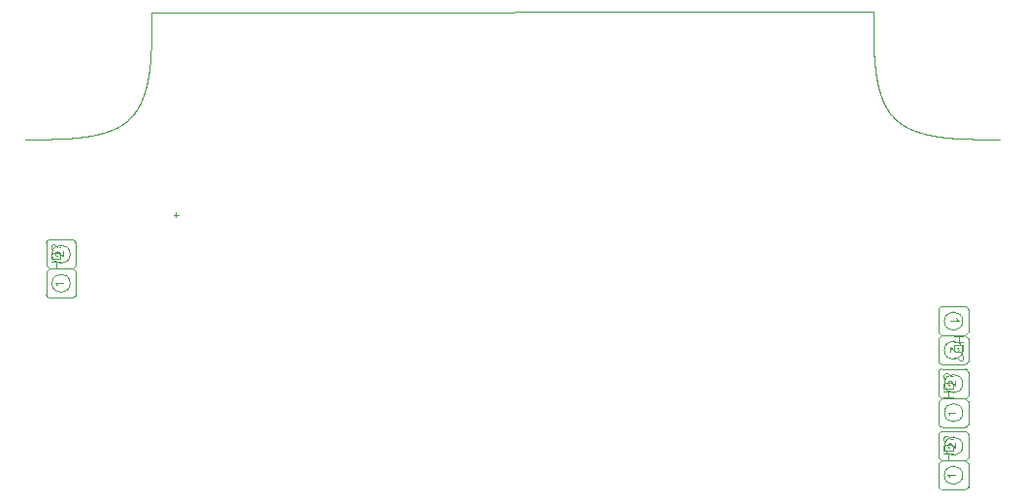
<source format=gm1>
G04*
G04 #@! TF.GenerationSoftware,Altium Limited,Altium Designer,23.6.0 (18)*
G04*
G04 Layer_Color=16711935*
%FSLAX44Y44*%
%MOMM*%
G71*
G04*
G04 #@! TF.SameCoordinates,157544A1-0EA0-4F56-A15C-28E52037D784*
G04*
G04*
G04 #@! TF.FilePolarity,Positive*
G04*
G01*
G75*
%ADD15C,0.1000*%
%ADD124C,0.0500*%
G36*
X34290Y215911D02*
X34279D01*
X34234D01*
X34168D01*
X34079Y215922D01*
X33979Y215933D01*
X33868Y215956D01*
X33757Y215978D01*
X33635Y216022D01*
X33624D01*
X33613Y216033D01*
X33546Y216055D01*
X33446Y216100D01*
X33313Y216166D01*
X33158Y216255D01*
X32980Y216366D01*
X32803Y216488D01*
X32614Y216644D01*
X32603D01*
X32592Y216666D01*
X32525Y216721D01*
X32425Y216821D01*
X32281Y216966D01*
X32114Y217132D01*
X31915Y217343D01*
X31693Y217598D01*
X31460Y217876D01*
X31449Y217887D01*
X31415Y217931D01*
X31360Y217998D01*
X31293Y218076D01*
X31204Y218176D01*
X31104Y218298D01*
X30993Y218420D01*
X30871Y218564D01*
X30605Y218841D01*
X30338Y219119D01*
X30205Y219252D01*
X30072Y219374D01*
X29950Y219485D01*
X29828Y219574D01*
X29817D01*
X29806Y219596D01*
X29772Y219618D01*
X29728Y219641D01*
X29606Y219718D01*
X29462Y219807D01*
X29284Y219885D01*
X29095Y219963D01*
X28884Y220007D01*
X28685Y220029D01*
X28674D01*
X28662D01*
X28596Y220018D01*
X28485Y220007D01*
X28363Y219974D01*
X28207Y219929D01*
X28052Y219851D01*
X27896Y219752D01*
X27741Y219618D01*
X27719Y219596D01*
X27675Y219541D01*
X27619Y219463D01*
X27541Y219341D01*
X27475Y219186D01*
X27408Y219008D01*
X27364Y218797D01*
X27353Y218564D01*
Y218497D01*
X27364Y218453D01*
X27375Y218320D01*
X27408Y218164D01*
X27452Y217998D01*
X27530Y217809D01*
X27630Y217632D01*
X27763Y217465D01*
X27785Y217443D01*
X27841Y217398D01*
X27930Y217332D01*
X28063Y217265D01*
X28218Y217188D01*
X28418Y217121D01*
X28640Y217077D01*
X28895Y217054D01*
X28796Y216089D01*
X28784D01*
X28751Y216100D01*
X28696D01*
X28618Y216111D01*
X28529Y216133D01*
X28429Y216155D01*
X28307Y216189D01*
X28185Y216222D01*
X27919Y216311D01*
X27652Y216444D01*
X27519Y216522D01*
X27386Y216621D01*
X27264Y216721D01*
X27153Y216832D01*
X27142Y216843D01*
X27131Y216866D01*
X27097Y216899D01*
X27064Y216954D01*
X27020Y217021D01*
X26975Y217099D01*
X26920Y217188D01*
X26864Y217299D01*
X26809Y217421D01*
X26753Y217554D01*
X26709Y217698D01*
X26664Y217854D01*
X26631Y218020D01*
X26598Y218198D01*
X26587Y218386D01*
X26576Y218586D01*
Y218697D01*
X26587Y218775D01*
X26598Y218864D01*
X26609Y218975D01*
X26631Y219097D01*
X26653Y219219D01*
X26731Y219507D01*
X26842Y219796D01*
X26909Y219940D01*
X26986Y220085D01*
X27086Y220218D01*
X27197Y220340D01*
X27208Y220351D01*
X27219Y220373D01*
X27264Y220395D01*
X27308Y220440D01*
X27364Y220495D01*
X27441Y220551D01*
X27519Y220606D01*
X27619Y220673D01*
X27830Y220784D01*
X28096Y220895D01*
X28229Y220939D01*
X28385Y220961D01*
X28540Y220984D01*
X28707Y220995D01*
X28729D01*
X28784D01*
X28873Y220984D01*
X28995Y220973D01*
X29129Y220950D01*
X29284Y220906D01*
X29451Y220862D01*
X29617Y220795D01*
X29639Y220784D01*
X29695Y220762D01*
X29783Y220717D01*
X29906Y220651D01*
X30039Y220562D01*
X30205Y220451D01*
X30372Y220318D01*
X30561Y220162D01*
X30583Y220140D01*
X30649Y220085D01*
X30705Y220029D01*
X30760Y219974D01*
X30827Y219907D01*
X30916Y219818D01*
X31005Y219729D01*
X31104Y219618D01*
X31215Y219507D01*
X31337Y219374D01*
X31460Y219230D01*
X31604Y219074D01*
X31748Y218897D01*
X31904Y218719D01*
X31915Y218708D01*
X31937Y218686D01*
X31970Y218642D01*
X32015Y218586D01*
X32081Y218520D01*
X32148Y218442D01*
X32292Y218264D01*
X32459Y218076D01*
X32625Y217898D01*
X32769Y217743D01*
X32825Y217676D01*
X32880Y217621D01*
X32891Y217609D01*
X32925Y217576D01*
X32969Y217532D01*
X33036Y217476D01*
X33113Y217421D01*
X33191Y217354D01*
X33380Y217221D01*
Y221006D01*
X34290D01*
Y215911D01*
D02*
G37*
G36*
Y192387D02*
X28285D01*
X28296Y192376D01*
X28340Y192320D01*
X28407Y192254D01*
X28485Y192143D01*
X28585Y192021D01*
X28696Y191865D01*
X28818Y191688D01*
X28940Y191488D01*
Y191477D01*
X28951Y191466D01*
X28995Y191399D01*
X29051Y191288D01*
X29118Y191155D01*
X29195Y191000D01*
X29273Y190833D01*
X29351Y190667D01*
X29417Y190500D01*
X28507D01*
Y190511D01*
X28485Y190533D01*
X28474Y190578D01*
X28440Y190633D01*
X28407Y190700D01*
X28363Y190777D01*
X28252Y190966D01*
X28130Y191188D01*
X27974Y191410D01*
X27797Y191643D01*
X27608Y191876D01*
X27597Y191887D01*
X27586Y191899D01*
X27552Y191932D01*
X27519Y191976D01*
X27408Y192076D01*
X27275Y192209D01*
X27120Y192343D01*
X26942Y192487D01*
X26764Y192609D01*
X26576Y192720D01*
Y193330D01*
X34290D01*
Y192387D01*
D02*
G37*
G36*
X812800Y48271D02*
X812789D01*
X812745D01*
X812678D01*
X812589Y48282D01*
X812489Y48293D01*
X812378Y48316D01*
X812267Y48338D01*
X812145Y48382D01*
X812134D01*
X812123Y48393D01*
X812056Y48415D01*
X811956Y48460D01*
X811823Y48526D01*
X811668Y48615D01*
X811490Y48726D01*
X811313Y48848D01*
X811124Y49004D01*
X811113D01*
X811102Y49026D01*
X811035Y49081D01*
X810935Y49181D01*
X810791Y49326D01*
X810624Y49492D01*
X810425Y49703D01*
X810203Y49958D01*
X809970Y50236D01*
X809958Y50247D01*
X809925Y50291D01*
X809870Y50358D01*
X809803Y50436D01*
X809714Y50535D01*
X809614Y50658D01*
X809503Y50780D01*
X809381Y50924D01*
X809115Y51201D01*
X808848Y51479D01*
X808715Y51612D01*
X808582Y51734D01*
X808460Y51845D01*
X808338Y51934D01*
X808327D01*
X808316Y51956D01*
X808282Y51978D01*
X808238Y52001D01*
X808116Y52078D01*
X807972Y52167D01*
X807794Y52245D01*
X807605Y52323D01*
X807394Y52367D01*
X807195Y52389D01*
X807184D01*
X807172D01*
X807106Y52378D01*
X806995Y52367D01*
X806873Y52334D01*
X806717Y52289D01*
X806562Y52211D01*
X806406Y52112D01*
X806251Y51978D01*
X806229Y51956D01*
X806184Y51901D01*
X806129Y51823D01*
X806051Y51701D01*
X805985Y51546D01*
X805918Y51368D01*
X805874Y51157D01*
X805863Y50924D01*
Y50857D01*
X805874Y50813D01*
X805885Y50680D01*
X805918Y50524D01*
X805963Y50358D01*
X806040Y50169D01*
X806140Y49992D01*
X806273Y49825D01*
X806295Y49803D01*
X806351Y49759D01*
X806440Y49692D01*
X806573Y49625D01*
X806728Y49548D01*
X806928Y49481D01*
X807150Y49437D01*
X807405Y49414D01*
X807306Y48449D01*
X807294D01*
X807261Y48460D01*
X807206D01*
X807128Y48471D01*
X807039Y48493D01*
X806939Y48515D01*
X806817Y48549D01*
X806695Y48582D01*
X806429Y48671D01*
X806162Y48804D01*
X806029Y48882D01*
X805896Y48981D01*
X805774Y49081D01*
X805663Y49192D01*
X805652Y49204D01*
X805641Y49226D01*
X805607Y49259D01*
X805574Y49314D01*
X805530Y49381D01*
X805485Y49459D01*
X805430Y49548D01*
X805374Y49659D01*
X805319Y49781D01*
X805263Y49914D01*
X805219Y50058D01*
X805174Y50214D01*
X805141Y50380D01*
X805108Y50558D01*
X805097Y50746D01*
X805086Y50946D01*
Y51057D01*
X805097Y51135D01*
X805108Y51224D01*
X805119Y51335D01*
X805141Y51457D01*
X805163Y51579D01*
X805241Y51867D01*
X805352Y52156D01*
X805419Y52300D01*
X805496Y52445D01*
X805596Y52578D01*
X805707Y52700D01*
X805718Y52711D01*
X805729Y52733D01*
X805774Y52755D01*
X805818Y52800D01*
X805874Y52855D01*
X805951Y52911D01*
X806029Y52966D01*
X806129Y53033D01*
X806340Y53144D01*
X806606Y53255D01*
X806740Y53299D01*
X806895Y53321D01*
X807050Y53344D01*
X807217Y53355D01*
X807239D01*
X807294D01*
X807383Y53344D01*
X807505Y53333D01*
X807639Y53310D01*
X807794Y53266D01*
X807961Y53222D01*
X808127Y53155D01*
X808149Y53144D01*
X808205Y53122D01*
X808294Y53077D01*
X808416Y53011D01*
X808549Y52922D01*
X808715Y52811D01*
X808882Y52678D01*
X809071Y52522D01*
X809093Y52500D01*
X809159Y52445D01*
X809215Y52389D01*
X809270Y52334D01*
X809337Y52267D01*
X809426Y52178D01*
X809514Y52089D01*
X809614Y51978D01*
X809725Y51867D01*
X809847Y51734D01*
X809970Y51590D01*
X810114Y51434D01*
X810258Y51257D01*
X810414Y51079D01*
X810425Y51068D01*
X810447Y51046D01*
X810480Y51002D01*
X810525Y50946D01*
X810591Y50880D01*
X810658Y50802D01*
X810802Y50624D01*
X810968Y50436D01*
X811135Y50258D01*
X811279Y50103D01*
X811335Y50036D01*
X811390Y49981D01*
X811401Y49969D01*
X811435Y49936D01*
X811479Y49892D01*
X811546Y49836D01*
X811623Y49781D01*
X811701Y49714D01*
X811890Y49581D01*
Y53366D01*
X812800D01*
Y48271D01*
D02*
G37*
G36*
Y24747D02*
X806795D01*
X806806Y24736D01*
X806851Y24680D01*
X806917Y24614D01*
X806995Y24503D01*
X807095Y24381D01*
X807206Y24225D01*
X807328Y24048D01*
X807450Y23848D01*
Y23837D01*
X807461Y23826D01*
X807505Y23759D01*
X807561Y23648D01*
X807627Y23515D01*
X807705Y23359D01*
X807783Y23193D01*
X807861Y23026D01*
X807927Y22860D01*
X807017D01*
Y22871D01*
X806995Y22893D01*
X806984Y22938D01*
X806950Y22993D01*
X806917Y23060D01*
X806873Y23138D01*
X806762Y23326D01*
X806640Y23548D01*
X806484Y23770D01*
X806307Y24003D01*
X806118Y24236D01*
X806107Y24248D01*
X806096Y24259D01*
X806062Y24292D01*
X806029Y24336D01*
X805918Y24436D01*
X805785Y24569D01*
X805630Y24703D01*
X805452Y24847D01*
X805274Y24969D01*
X805086Y25080D01*
Y25690D01*
X812800D01*
Y24747D01*
D02*
G37*
G36*
Y102881D02*
X812789D01*
X812745D01*
X812678D01*
X812589Y102892D01*
X812489Y102903D01*
X812378Y102926D01*
X812267Y102948D01*
X812145Y102992D01*
X812134D01*
X812123Y103003D01*
X812056Y103025D01*
X811956Y103070D01*
X811823Y103136D01*
X811668Y103225D01*
X811490Y103336D01*
X811313Y103458D01*
X811124Y103614D01*
X811113D01*
X811102Y103636D01*
X811035Y103691D01*
X810935Y103791D01*
X810791Y103936D01*
X810624Y104102D01*
X810425Y104313D01*
X810203Y104568D01*
X809970Y104846D01*
X809958Y104857D01*
X809925Y104901D01*
X809870Y104968D01*
X809803Y105046D01*
X809714Y105146D01*
X809614Y105268D01*
X809503Y105390D01*
X809381Y105534D01*
X809115Y105811D01*
X808848Y106089D01*
X808715Y106222D01*
X808582Y106344D01*
X808460Y106455D01*
X808338Y106544D01*
X808327D01*
X808316Y106566D01*
X808282Y106588D01*
X808238Y106611D01*
X808116Y106688D01*
X807972Y106777D01*
X807794Y106855D01*
X807605Y106932D01*
X807394Y106977D01*
X807195Y106999D01*
X807184D01*
X807172D01*
X807106Y106988D01*
X806995Y106977D01*
X806873Y106944D01*
X806717Y106899D01*
X806562Y106821D01*
X806406Y106722D01*
X806251Y106588D01*
X806229Y106566D01*
X806184Y106511D01*
X806129Y106433D01*
X806051Y106311D01*
X805985Y106156D01*
X805918Y105978D01*
X805874Y105767D01*
X805863Y105534D01*
Y105467D01*
X805874Y105423D01*
X805885Y105290D01*
X805918Y105134D01*
X805963Y104968D01*
X806040Y104779D01*
X806140Y104602D01*
X806273Y104435D01*
X806295Y104413D01*
X806351Y104368D01*
X806440Y104302D01*
X806573Y104235D01*
X806728Y104158D01*
X806928Y104091D01*
X807150Y104047D01*
X807405Y104024D01*
X807306Y103059D01*
X807294D01*
X807261Y103070D01*
X807206D01*
X807128Y103081D01*
X807039Y103103D01*
X806939Y103125D01*
X806817Y103159D01*
X806695Y103192D01*
X806429Y103281D01*
X806162Y103414D01*
X806029Y103492D01*
X805896Y103591D01*
X805774Y103691D01*
X805663Y103802D01*
X805652Y103813D01*
X805641Y103836D01*
X805607Y103869D01*
X805574Y103925D01*
X805530Y103991D01*
X805485Y104069D01*
X805430Y104158D01*
X805374Y104269D01*
X805319Y104391D01*
X805263Y104524D01*
X805219Y104668D01*
X805174Y104824D01*
X805141Y104990D01*
X805108Y105168D01*
X805097Y105356D01*
X805086Y105556D01*
Y105667D01*
X805097Y105745D01*
X805108Y105834D01*
X805119Y105945D01*
X805141Y106067D01*
X805163Y106189D01*
X805241Y106477D01*
X805352Y106766D01*
X805419Y106910D01*
X805496Y107055D01*
X805596Y107188D01*
X805707Y107310D01*
X805718Y107321D01*
X805729Y107343D01*
X805774Y107365D01*
X805818Y107410D01*
X805874Y107465D01*
X805951Y107521D01*
X806029Y107576D01*
X806129Y107643D01*
X806340Y107754D01*
X806606Y107865D01*
X806740Y107909D01*
X806895Y107931D01*
X807050Y107954D01*
X807217Y107965D01*
X807239D01*
X807294D01*
X807383Y107954D01*
X807505Y107943D01*
X807639Y107920D01*
X807794Y107876D01*
X807961Y107832D01*
X808127Y107765D01*
X808149Y107754D01*
X808205Y107732D01*
X808294Y107687D01*
X808416Y107621D01*
X808549Y107532D01*
X808715Y107421D01*
X808882Y107288D01*
X809071Y107132D01*
X809093Y107110D01*
X809159Y107055D01*
X809215Y106999D01*
X809270Y106944D01*
X809337Y106877D01*
X809426Y106788D01*
X809514Y106699D01*
X809614Y106588D01*
X809725Y106477D01*
X809847Y106344D01*
X809970Y106200D01*
X810114Y106045D01*
X810258Y105867D01*
X810414Y105689D01*
X810425Y105678D01*
X810447Y105656D01*
X810480Y105612D01*
X810525Y105556D01*
X810591Y105490D01*
X810658Y105412D01*
X810802Y105234D01*
X810968Y105046D01*
X811135Y104868D01*
X811279Y104713D01*
X811335Y104646D01*
X811390Y104591D01*
X811401Y104579D01*
X811435Y104546D01*
X811479Y104502D01*
X811546Y104446D01*
X811623Y104391D01*
X811701Y104324D01*
X811890Y104191D01*
Y107976D01*
X812800D01*
Y102881D01*
D02*
G37*
G36*
Y79357D02*
X806795D01*
X806806Y79346D01*
X806851Y79290D01*
X806917Y79224D01*
X806995Y79113D01*
X807095Y78991D01*
X807206Y78835D01*
X807328Y78658D01*
X807450Y78458D01*
Y78447D01*
X807461Y78436D01*
X807505Y78369D01*
X807561Y78258D01*
X807627Y78125D01*
X807705Y77969D01*
X807783Y77803D01*
X807861Y77636D01*
X807927Y77470D01*
X807017D01*
Y77481D01*
X806995Y77503D01*
X806984Y77548D01*
X806950Y77603D01*
X806917Y77670D01*
X806873Y77748D01*
X806762Y77936D01*
X806640Y78158D01*
X806484Y78380D01*
X806307Y78613D01*
X806118Y78846D01*
X806107Y78857D01*
X806096Y78869D01*
X806062Y78902D01*
X806029Y78946D01*
X805918Y79046D01*
X805785Y79179D01*
X805630Y79313D01*
X805452Y79457D01*
X805274Y79579D01*
X805086Y79690D01*
Y80300D01*
X812800D01*
Y79357D01*
D02*
G37*
G36*
X807931Y137138D02*
X808031Y137127D01*
X808142Y137105D01*
X808253Y137082D01*
X808375Y137038D01*
X808386D01*
X808397Y137027D01*
X808464Y137005D01*
X808564Y136960D01*
X808697Y136894D01*
X808852Y136805D01*
X809030Y136694D01*
X809207Y136572D01*
X809396Y136416D01*
X809407D01*
X809418Y136394D01*
X809485Y136339D01*
X809585Y136239D01*
X809729Y136094D01*
X809896Y135928D01*
X810095Y135717D01*
X810317Y135462D01*
X810550Y135184D01*
X810562Y135173D01*
X810595Y135129D01*
X810650Y135062D01*
X810717Y134984D01*
X810806Y134885D01*
X810906Y134762D01*
X811017Y134640D01*
X811139Y134496D01*
X811405Y134219D01*
X811672Y133941D01*
X811805Y133808D01*
X811938Y133686D01*
X812060Y133575D01*
X812182Y133486D01*
X812193D01*
X812204Y133464D01*
X812238Y133442D01*
X812282Y133419D01*
X812404Y133342D01*
X812548Y133253D01*
X812726Y133175D01*
X812915Y133097D01*
X813126Y133053D01*
X813325Y133031D01*
X813336D01*
X813348D01*
X813414Y133042D01*
X813525Y133053D01*
X813647Y133086D01*
X813803Y133131D01*
X813958Y133209D01*
X814113Y133308D01*
X814269Y133442D01*
X814291Y133464D01*
X814335Y133519D01*
X814391Y133597D01*
X814469Y133719D01*
X814535Y133875D01*
X814602Y134052D01*
X814646Y134263D01*
X814657Y134496D01*
Y134563D01*
X814646Y134607D01*
X814635Y134740D01*
X814602Y134896D01*
X814557Y135062D01*
X814480Y135251D01*
X814380Y135428D01*
X814247Y135595D01*
X814224Y135617D01*
X814169Y135661D01*
X814080Y135728D01*
X813947Y135795D01*
X813792Y135872D01*
X813592Y135939D01*
X813370Y135983D01*
X813114Y136006D01*
X813214Y136971D01*
X813225D01*
X813259Y136960D01*
X813314D01*
X813392Y136949D01*
X813481Y136927D01*
X813581Y136905D01*
X813703Y136871D01*
X813825Y136838D01*
X814091Y136749D01*
X814358Y136616D01*
X814491Y136538D01*
X814624Y136439D01*
X814746Y136339D01*
X814857Y136228D01*
X814868Y136216D01*
X814879Y136194D01*
X814913Y136161D01*
X814946Y136105D01*
X814990Y136039D01*
X815035Y135961D01*
X815090Y135872D01*
X815146Y135761D01*
X815201Y135639D01*
X815257Y135506D01*
X815301Y135362D01*
X815346Y135206D01*
X815379Y135040D01*
X815412Y134862D01*
X815423Y134674D01*
X815434Y134474D01*
Y134363D01*
X815423Y134285D01*
X815412Y134196D01*
X815401Y134085D01*
X815379Y133963D01*
X815357Y133841D01*
X815279Y133553D01*
X815168Y133264D01*
X815101Y133120D01*
X815024Y132975D01*
X814924Y132842D01*
X814813Y132720D01*
X814802Y132709D01*
X814791Y132687D01*
X814746Y132665D01*
X814702Y132620D01*
X814646Y132565D01*
X814569Y132509D01*
X814491Y132454D01*
X814391Y132387D01*
X814180Y132276D01*
X813914Y132165D01*
X813781Y132121D01*
X813625Y132099D01*
X813470Y132076D01*
X813303Y132065D01*
X813281D01*
X813225D01*
X813137Y132076D01*
X813015Y132087D01*
X812881Y132110D01*
X812726Y132154D01*
X812560Y132198D01*
X812393Y132265D01*
X812371Y132276D01*
X812315Y132298D01*
X812226Y132343D01*
X812104Y132409D01*
X811971Y132498D01*
X811805Y132609D01*
X811638Y132742D01*
X811450Y132898D01*
X811427Y132920D01*
X811361Y132975D01*
X811305Y133031D01*
X811250Y133086D01*
X811183Y133153D01*
X811094Y133242D01*
X811005Y133331D01*
X810906Y133442D01*
X810795Y133553D01*
X810673Y133686D01*
X810550Y133830D01*
X810406Y133986D01*
X810262Y134163D01*
X810107Y134341D01*
X810095Y134352D01*
X810073Y134374D01*
X810040Y134418D01*
X809995Y134474D01*
X809929Y134540D01*
X809862Y134618D01*
X809718Y134796D01*
X809551Y134984D01*
X809385Y135162D01*
X809241Y135317D01*
X809185Y135384D01*
X809130Y135440D01*
X809119Y135451D01*
X809085Y135484D01*
X809041Y135528D01*
X808974Y135584D01*
X808897Y135639D01*
X808819Y135706D01*
X808630Y135839D01*
Y132054D01*
X807720D01*
Y137149D01*
X807731D01*
X807775D01*
X807842D01*
X807931Y137138D01*
D02*
G37*
G36*
X813503Y162549D02*
X813525Y162527D01*
X813536Y162482D01*
X813570Y162427D01*
X813603Y162360D01*
X813647Y162283D01*
X813758Y162094D01*
X813880Y161872D01*
X814036Y161650D01*
X814213Y161417D01*
X814402Y161184D01*
X814413Y161173D01*
X814424Y161161D01*
X814458Y161128D01*
X814491Y161084D01*
X814602Y160984D01*
X814735Y160851D01*
X814891Y160717D01*
X815068Y160573D01*
X815246Y160451D01*
X815434Y160340D01*
Y159730D01*
X807720D01*
Y160673D01*
X813725D01*
X813714Y160684D01*
X813670Y160740D01*
X813603Y160806D01*
X813525Y160917D01*
X813425Y161039D01*
X813314Y161195D01*
X813192Y161372D01*
X813070Y161572D01*
Y161583D01*
X813059Y161594D01*
X813015Y161661D01*
X812959Y161772D01*
X812893Y161905D01*
X812815Y162061D01*
X812737Y162227D01*
X812659Y162393D01*
X812593Y162560D01*
X813503D01*
Y162549D01*
D02*
G37*
D15*
X90816Y336258D02*
G03*
X91328Y336742I-27087J29172D01*
G01*
X91328Y336741D02*
G03*
X91886Y337289I-27268J28346D01*
G01*
X757434Y338492D02*
G03*
X757916Y337977I29292J26925D01*
G01*
D02*
G03*
X758461Y337416I28652J27288D01*
G01*
X758571Y337305D02*
G03*
X759130Y336757I27798J27770D01*
G01*
Y336757D02*
G03*
X759642Y336273I27577J28669D01*
G01*
X110341Y429956D02*
X740099Y430055D01*
X132080Y250730D02*
Y254730D01*
X130080Y252730D02*
X134080D01*
X850051Y318889D02*
X850271Y318889D01*
X271D02*
X491Y318889D01*
X1482D01*
X1592Y318889D01*
X1812D01*
X1922Y318889D01*
X2032D01*
X2252Y318889D01*
X2362D01*
X2472Y318889D01*
X2582Y318889D01*
X2692Y318889D01*
X2802Y318889D01*
X2912Y318889D01*
X3133Y318889D01*
X3243Y318889D01*
X3353Y318889D01*
X3463Y318890D01*
X3573Y318890D01*
X3683Y318890D01*
X3793Y318890D01*
X3903Y318890D01*
X4013Y318890D01*
X4123Y318890D01*
X4233Y318890D01*
X4343Y318890D01*
X4453Y318890D01*
X4563Y318890D01*
X4673Y318890D01*
X4783Y318890D01*
X4893Y318890D01*
X5003Y318890D01*
X5113Y318891D01*
X5332Y318891D01*
X5442Y318891D01*
X5662Y318891D01*
X5772Y318891D01*
X5882Y318892D01*
X5992Y318892D01*
X6102Y318892D01*
X6212Y318892D01*
X6322Y318892D01*
X6432Y318892D01*
X6542Y318892D01*
X6651Y318893D01*
X6761Y318893D01*
X6871Y318893D01*
X7091Y318893D01*
X7420Y318894D01*
X7530Y318894D01*
X7640Y318895D01*
X7970Y318895D01*
X8079Y318896D01*
X8189Y318896D01*
X8299Y318896D01*
X8409Y318897D01*
X8518Y318897D01*
X8628Y318897D01*
X8738Y318897D01*
X8848Y318898D01*
X9067Y318899D01*
X9177Y318899D01*
X9287Y318899D01*
X9396Y318900D01*
X9506Y318900D01*
X9616Y318900D01*
X9835Y318901D01*
X10054Y318902D01*
X10274Y318903D01*
X10383Y318903D01*
X10493Y318904D01*
X10602Y318904D01*
X10712Y318905D01*
X10821Y318905D01*
X10931Y318906D01*
X11041Y318906D01*
X11150Y318907D01*
X11260Y318908D01*
X11369Y318908D01*
X11479Y318909D01*
X11588Y318909D01*
X11698Y318910D01*
X11917Y318911D01*
X12135Y318912D01*
X12354Y318914D01*
X12573Y318915D01*
X12792Y318916D01*
X13010Y318918D01*
X13229Y318919D01*
X13448Y318921D01*
X13666Y318923D01*
X13885Y318924D01*
X14103Y318926D01*
X14322Y318928D01*
X14540Y318930D01*
X14758Y318932D01*
X14976Y318934D01*
X15194Y318936D01*
X15412Y318938D01*
X15631Y318940D01*
X15848Y318942D01*
X16066Y318944D01*
X16284Y318947D01*
X16502Y318949D01*
X16720Y318951D01*
X16937Y318954D01*
X17155Y318957D01*
X17372Y318959D01*
X17590Y318962D01*
X17807Y318965D01*
X18024Y318968D01*
X18242Y318971D01*
X18459Y318974D01*
X18676Y318977D01*
X18893Y318980D01*
X19110Y318983D01*
X19327Y318986D01*
X19543Y318990D01*
X19760Y318993D01*
X19977Y318997D01*
X20193Y319001D01*
X20410Y319004D01*
X20626Y319008D01*
X20842Y319012D01*
X21058Y319016D01*
X21275Y319020D01*
X21491Y319024D01*
X21707Y319028D01*
X21923Y319033D01*
X22138Y319037D01*
X22354Y319042D01*
X22570Y319046D01*
X22785Y319051D01*
X23001Y319056D01*
X23216Y319060D01*
X23431Y319065D01*
X23646Y319070D01*
X23861Y319076D01*
X24076Y319081D01*
X24291Y319086D01*
X24506Y319091D01*
X24720Y319097D01*
X24935Y319103D01*
X25150Y319108D01*
X25364Y319114D01*
X25578Y319120D01*
X25792Y319126D01*
X26113Y319135D01*
X26434Y319145D01*
X26755Y319155D01*
X27075Y319165D01*
X27395Y319175D01*
X27715Y319185D01*
X28035Y319196D01*
X28354Y319207D01*
X28673Y319218D01*
X28992Y319230D01*
X29311Y319241D01*
X29629Y319253D01*
X29947Y319266D01*
X30265Y319278D01*
X30582Y319291D01*
X30899Y319304D01*
X31216Y319317D01*
X31533Y319331D01*
X31849Y319345D01*
X32165Y319359D01*
X32481Y319374D01*
X32797Y319389D01*
X33112Y319404D01*
X33427Y319419D01*
X33741Y319435D01*
X34056Y319451D01*
X34370Y319468D01*
X34683Y319484D01*
X34997Y319501D01*
X35310Y319519D01*
X35622Y319536D01*
X35935Y319554D01*
X36247Y319573D01*
X36559Y319591D01*
X36870Y319610D01*
X37181Y319629D01*
X37492Y319649D01*
X37802Y319669D01*
X38112Y319690D01*
X38422Y319710D01*
X38731Y319731D01*
X39040Y319753D01*
X39349Y319774D01*
X39657Y319797D01*
X39965Y319819D01*
X40273Y319842D01*
X40580Y319865D01*
X40887Y319889D01*
X41193Y319913D01*
X41499Y319937D01*
X41805Y319962D01*
X42110Y319987D01*
X42415Y320013D01*
X42719Y320038D01*
X43024Y320065D01*
X43327Y320092D01*
X43631Y320119D01*
X43934Y320146D01*
X44236Y320174D01*
X44538Y320202D01*
X44840Y320231D01*
X45141Y320260D01*
X45442Y320290D01*
X45743Y320320D01*
X46043Y320350D01*
X46342Y320381D01*
X46641Y320413D01*
X46940Y320444D01*
X47238Y320477D01*
X47536Y320509D01*
X47834Y320542D01*
X48131Y320576D01*
X48427Y320610D01*
X48724Y320644D01*
X49019Y320679D01*
X49314Y320714D01*
X49609Y320750D01*
X49903Y320787D01*
X50197Y320823D01*
X50490Y320860D01*
X50783Y320898D01*
X51076Y320936D01*
X51368Y320975D01*
X51659Y321014D01*
X51950Y321054D01*
X52241Y321094D01*
X52531Y321134D01*
X52820Y321175D01*
X53109Y321217D01*
X53398Y321259D01*
X53686Y321301D01*
X53973Y321344D01*
X54260Y321388D01*
X54547Y321432D01*
X54833Y321477D01*
X55118Y321522D01*
X55403Y321568D01*
X55688Y321614D01*
X55971Y321660D01*
X56255Y321708D01*
X56538Y321755D01*
X56820Y321804D01*
X57102Y321853D01*
X57383Y321902D01*
X57664Y321952D01*
X57944Y322002D01*
X58224Y322053D01*
X58503Y322105D01*
X58781Y322157D01*
X59059Y322210D01*
X59337Y322263D01*
X59613Y322317D01*
X59890Y322371D01*
X60166Y322426D01*
X60441Y322482D01*
X60715Y322538D01*
X61080Y322614D01*
X61445Y322691D01*
X61808Y322769D01*
X62170Y322848D01*
X62531Y322928D01*
X62891Y323008D01*
X63250Y323091D01*
X63608Y323174D01*
X63964Y323258D01*
X64320Y323344D01*
X64675Y323430D01*
X65028Y323518D01*
X65380Y323606D01*
X65732Y323696D01*
X66082Y323787D01*
X66431Y323879D01*
X66778Y323973D01*
X67125Y324067D01*
X67471Y324163D01*
X67815Y324259D01*
X68158Y324357D01*
X68500Y324456D01*
X68841Y324557D01*
X69181Y324658D01*
X69519Y324761D01*
X69857Y324865D01*
X70193Y324970D01*
X70528Y325076D01*
X70861Y325184D01*
X71194Y325293D01*
X71525Y325403D01*
X71855Y325514D01*
X72183Y325627D01*
X72511Y325741D01*
X72837Y325856D01*
X73162Y325972D01*
X73486Y326090D01*
X73808Y326209D01*
X74129Y326329D01*
X74449Y326451D01*
X74767Y326574D01*
X75084Y326698D01*
X75400Y326824D01*
X75715Y326951D01*
X76028Y327079D01*
X76339Y327209D01*
X76650Y327340D01*
X76959Y327472D01*
X77267Y327606D01*
X77573Y327741D01*
X77878Y327878D01*
X78182Y328016D01*
X78484Y328155D01*
X78784Y328296D01*
X79084Y328438D01*
X79382Y328582D01*
X79678Y328727D01*
X79974Y328873D01*
X80267Y329021D01*
X80560Y329170D01*
X80850Y329321D01*
X81140Y329473D01*
X81428Y329627D01*
X81714Y329782D01*
X81999Y329939D01*
X82282Y330097D01*
X82635Y330297D01*
X82985Y330499D01*
X83332Y330704D01*
X83677Y330911D01*
X84020Y331121D01*
X84360Y331333D01*
X84698Y331547D01*
X85034Y331763D01*
X85367Y331983D01*
X85698Y332204D01*
X86026Y332429D01*
X86352Y332655D01*
X86739Y332931D01*
X87123Y333209D01*
X87503Y333492D01*
X87880Y333778D01*
X88253Y334068D01*
X88622Y334362D01*
X89049Y334710D01*
X89469Y335062D01*
X89885Y335420D01*
X90354Y335836D01*
X90816Y336258D01*
X91886Y337289D02*
X91996Y337400D01*
X92433Y337848D01*
X92809Y338245D01*
X93128Y338590D01*
X93442Y338939D01*
X93753Y339292D01*
X94060Y339648D01*
X94363Y340008D01*
X94662Y340372D01*
X94909Y340677D01*
X95153Y340986D01*
X95394Y341296D01*
X95633Y341610D01*
X95869Y341925D01*
X96103Y342243D01*
X96334Y342563D01*
X96562Y342886D01*
X96788Y343210D01*
X97012Y343537D01*
X97233Y343866D01*
X97452Y344198D01*
X97668Y344531D01*
X97882Y344867D01*
X98093Y345205D01*
X98302Y345545D01*
X98509Y345887D01*
X98713Y346231D01*
X98915Y346576D01*
X99115Y346924D01*
X99272Y347204D01*
X99429Y347485D01*
X99584Y347767D01*
X99737Y348050D01*
X99889Y348335D01*
X100040Y348621D01*
X100189Y348908D01*
X100337Y349196D01*
X100483Y349485D01*
X100628Y349775D01*
X100771Y350066D01*
X100913Y350359D01*
X101054Y350652D01*
X101193Y350947D01*
X101330Y351242D01*
X101467Y351539D01*
X101602Y351836D01*
X101735Y352135D01*
X101868Y352435D01*
X101999Y352735D01*
X102128Y353037D01*
X102256Y353339D01*
X102383Y353643D01*
X102508Y353947D01*
X102633Y354252D01*
X102755Y354558D01*
X102877Y354865D01*
X102997Y355173D01*
X103116Y355482D01*
X103234Y355791D01*
X103350Y356101D01*
X103465Y356413D01*
X103579Y356725D01*
X103692Y357037D01*
X103803Y357351D01*
X103913Y357665D01*
X104022Y357980D01*
X104129Y358295D01*
X104236Y358612D01*
X104341Y358929D01*
X104445Y359246D01*
X104547Y359565D01*
X104649Y359883D01*
X104749Y360203D01*
X104848Y360523D01*
X104946Y360844D01*
X105043Y361166D01*
X105139Y361488D01*
X105233Y361810D01*
X105326Y362133D01*
X105418Y362457D01*
X105509Y362781D01*
X105599Y363106D01*
X105688Y363431D01*
X105776Y363756D01*
X105862Y364082D01*
X105948Y364409D01*
X106032Y364736D01*
X106115Y365063D01*
X106198Y365391D01*
X106279Y365719D01*
X106359Y366047D01*
X106457Y366458D01*
X106554Y366870D01*
X106649Y367282D01*
X106743Y367695D01*
X106835Y368108D01*
X106926Y368521D01*
X107015Y368935D01*
X107102Y369350D01*
X107188Y369764D01*
X107272Y370179D01*
X107355Y370594D01*
X107436Y371010D01*
X107516Y371425D01*
X107594Y371841D01*
X107671Y372257D01*
X107747Y372673D01*
X107821Y373090D01*
X107893Y373506D01*
X107964Y373923D01*
X108034Y374339D01*
X108103Y374756D01*
X108169Y375172D01*
X108235Y375589D01*
X108300Y376005D01*
X108363Y376421D01*
X108424Y376837D01*
X108485Y377253D01*
X108544Y377669D01*
X108602Y378085D01*
X108658Y378500D01*
X108714Y378915D01*
X108768Y379330D01*
X108820Y379744D01*
X108872Y380158D01*
X108923Y380572D01*
X108972Y380985D01*
X109020Y381398D01*
X109067Y381810D01*
X109113Y382222D01*
X109158Y382633D01*
X109202Y383044D01*
X109244Y383454D01*
X109286Y383864D01*
X109326Y384273D01*
X109366Y384681D01*
X109404Y385089D01*
X109442Y385496D01*
X109478Y385902D01*
X109513Y386307D01*
X109548Y386712D01*
X109581Y387116D01*
X109614Y387519D01*
X109645Y387921D01*
X109676Y388322D01*
X109705Y388722D01*
X109734Y389121D01*
X109762Y389519D01*
X109789Y389916D01*
X109815Y390313D01*
X109841Y390708D01*
X109865Y391102D01*
X109889Y391494D01*
X109912Y391886D01*
X109934Y392277D01*
X109955Y392666D01*
X109976Y393054D01*
X109996Y393441D01*
X110015Y393826D01*
X110030Y394133D01*
X110044Y394440D01*
X110058Y394746D01*
X110071Y395050D01*
X110084Y395354D01*
X110097Y395657D01*
X110109Y395959D01*
X110121Y396260D01*
X110132Y396560D01*
X110143Y396859D01*
X110154Y397158D01*
X110164Y397455D01*
X110174Y397751D01*
X110183Y398046D01*
X110192Y398340D01*
X110201Y398633D01*
X110209Y398925D01*
X110217Y399215D01*
X110225Y399505D01*
X110230Y399722D01*
X110236Y399938D01*
X110241Y400153D01*
X110246Y400367D01*
X110251Y400581D01*
X110256Y400795D01*
X110260Y401007D01*
X110264Y401219D01*
X110269Y401430D01*
X110273Y401641D01*
X110277Y401851D01*
X110280Y402060D01*
X110284Y402269D01*
X110287Y402476D01*
X110291Y402683D01*
X110294Y402890D01*
X110297Y403096D01*
X110300Y403300D01*
X110302Y403504D01*
X110304Y403640D01*
X110306Y403776D01*
X110308Y403911D01*
X110309Y404045D01*
X110311Y404180D01*
X110312Y404314D01*
X110314Y404447D01*
X110315Y404581D01*
X110317Y404714D01*
X110318Y404846D01*
X110319Y404979D01*
X110320Y405111D01*
X110322Y405242D01*
X110323Y405373D01*
X110324Y405504D01*
X110325Y405635D01*
X110326Y405765D01*
X110327Y405895D01*
X110328Y406024D01*
X110329Y406153D01*
X110329Y406282D01*
X110330Y406410D01*
X110331Y406538D01*
X110332Y406666D01*
X110332Y406793D01*
X110333Y406920D01*
X110334Y407047D01*
X110334Y407173D01*
X110335Y407235D01*
X110335Y407298D01*
X110335Y407361D01*
X110335Y407424D01*
X110336Y407486D01*
X110336Y407549D01*
X110336Y407611D01*
X110336Y407673D01*
X110336Y407735D01*
X110337Y407797D01*
X110337Y407859D01*
X110337Y407921D01*
X110337Y407983D01*
X110337Y408045D01*
X110338Y408106D01*
X110338Y408167D01*
X110338Y408229D01*
X110338Y408290D01*
X110338Y408351D01*
X110338Y408412D01*
X110339Y408473D01*
X110339Y408534D01*
X110339Y408595D01*
X110339Y408656D01*
X110339Y408716D01*
X110339Y408777D01*
X110339Y408837D01*
X110339Y408897D01*
X110340Y408957D01*
X110340Y409017D01*
X110340Y409077D01*
X110340Y409137D01*
X110340Y409197D01*
X110340Y409257D01*
X110340Y409316D01*
X110340Y409376D01*
X110340Y409435D01*
X110340Y409494D01*
X110340Y409553D01*
X110340Y409612D01*
X110340Y409671D01*
X110340Y409730D01*
X110341Y409789D01*
X110341Y409847D01*
X110341Y409906D01*
X110341Y409964D01*
X110341Y410023D01*
X110341Y410081D01*
X110341Y410139D01*
X110341Y410197D01*
X110341Y410255D01*
Y410312D01*
X110341Y410370D01*
X110341Y410428D01*
X110341Y410485D01*
Y410542D01*
X110341Y410600D01*
Y410657D01*
X110341Y410714D01*
Y410827D01*
X110341Y410884D01*
Y429956D01*
X740099Y429388D02*
Y430055D01*
Y429388D02*
X740099Y429277D01*
Y428832D02*
Y429277D01*
Y428832D02*
X740099Y428721D01*
Y428499D02*
Y428721D01*
Y428499D02*
X740099Y428388D01*
Y428276D02*
Y428388D01*
Y428276D02*
X740099Y428165D01*
Y428054D02*
Y428165D01*
Y428054D02*
X740099Y427721D01*
X740099Y427610D01*
X740099Y427498D01*
X740099Y427387D01*
X740099Y427276D01*
X740099Y427165D01*
X740099Y427054D01*
X740099Y426943D01*
X740099Y426832D01*
X740100Y426609D01*
X740100Y426387D01*
X740100Y426276D01*
X740100Y426165D01*
X740100Y425943D01*
X740100Y425832D01*
X740100Y425721D01*
X740100Y425610D01*
X740100Y425499D01*
X740100Y425387D01*
X740100Y425276D01*
X740101Y425165D01*
X740101Y425054D01*
X740101Y424943D01*
X740101Y424832D01*
X740101Y424721D01*
X740101Y424610D01*
X740101Y424499D01*
X740101Y424388D01*
X740102Y424166D01*
X740102Y424055D01*
X740102Y423944D01*
X740102Y423833D01*
X740102Y423722D01*
X740103Y423611D01*
X740103Y423500D01*
X740103Y423389D01*
X740103Y423278D01*
X740103Y423167D01*
X740104Y423056D01*
X740104Y422945D01*
X740104Y422834D01*
X740104Y422723D01*
X740105Y422502D01*
X740105Y422280D01*
X740106Y422169D01*
X740106Y422058D01*
X740106Y421947D01*
X740106Y421836D01*
X740107Y421725D01*
X740107Y421615D01*
X740107Y421504D01*
X740108Y421393D01*
X740108Y421282D01*
X740108Y421171D01*
X740109Y421060D01*
X740109Y420839D01*
X740110Y420617D01*
X740111Y420507D01*
X740111Y420396D01*
X740111Y420285D01*
X740112Y420064D01*
X740113Y419953D01*
X740113Y419842D01*
X740114Y419621D01*
X740115Y419510D01*
X740116Y419289D01*
X740117Y419068D01*
X740117Y418957D01*
X740118Y418736D01*
X740120Y418515D01*
X740121Y418293D01*
X740122Y418073D01*
X740123Y417851D01*
X740125Y417631D01*
X740126Y417410D01*
X740128Y417189D01*
X740129Y416968D01*
X740131Y416747D01*
X740132Y416526D01*
X740134Y416306D01*
X740136Y416085D01*
X740137Y415865D01*
X740139Y415644D01*
X740141Y415424D01*
X740143Y415203D01*
X740145Y414983D01*
X740147Y414763D01*
X740149Y414543D01*
X740152Y414323D01*
X740154Y414103D01*
X740156Y413882D01*
X740158Y413663D01*
X740161Y413443D01*
X740163Y413223D01*
X740166Y413003D01*
X740169Y412784D01*
X740171Y412564D01*
X740174Y412344D01*
X740177Y412125D01*
X740180Y411906D01*
X740183Y411686D01*
X740186Y411467D01*
X740189Y411248D01*
X740192Y411029D01*
X740196Y410810D01*
X740199Y410591D01*
X740203Y410372D01*
X740206Y410153D01*
X740210Y409935D01*
X740213Y409716D01*
X740217Y409497D01*
X740221Y409279D01*
X740225Y409061D01*
X740229Y408842D01*
X740233Y408624D01*
X740237Y408406D01*
X740241Y408188D01*
X740246Y407970D01*
X740250Y407752D01*
X740255Y407534D01*
X740259Y407317D01*
X740264Y407099D01*
X740269Y406882D01*
X740274Y406664D01*
X740279Y406447D01*
X740284Y406230D01*
X740289Y406013D01*
X740294Y405796D01*
X740300Y405579D01*
X740305Y405362D01*
X740311Y405145D01*
X740317Y404929D01*
X740322Y404712D01*
X740331Y404388D01*
X740340Y404063D01*
X740350Y403739D01*
X740359Y403415D01*
X740369Y403092D01*
X740379Y402769D01*
X740389Y402445D01*
X740400Y402122D01*
X740411Y401800D01*
X740422Y401478D01*
X740433Y401156D01*
X740445Y400834D01*
X740456Y400512D01*
X740469Y400191D01*
X740481Y399870D01*
X740493Y399549D01*
X740506Y399229D01*
X740520Y398908D01*
X740533Y398588D01*
X740547Y398269D01*
X740561Y397949D01*
X740575Y397630D01*
X740590Y397312D01*
X740605Y396993D01*
X740620Y396675D01*
X740636Y396357D01*
X740651Y396040D01*
X740667Y395723D01*
X740684Y395406D01*
X740701Y395089D01*
X740718Y394773D01*
X740735Y394457D01*
X740753Y394141D01*
X740771Y393826D01*
X740789Y393511D01*
X740808Y393196D01*
X740827Y392882D01*
X740846Y392568D01*
X740866Y392255D01*
X740886Y391941D01*
X740907Y391628D01*
X740928Y391316D01*
X740949Y391004D01*
X740970Y390692D01*
X740992Y390380D01*
X741014Y390069D01*
X741037Y389759D01*
X741060Y389448D01*
X741083Y389138D01*
X741107Y388829D01*
X741131Y388519D01*
X741155Y388210D01*
X741180Y387902D01*
X741205Y387594D01*
X741231Y387286D01*
X741257Y386979D01*
X741283Y386672D01*
X741310Y386366D01*
X741337Y386060D01*
X741365Y385754D01*
X741393Y385449D01*
X741421Y385144D01*
X741450Y384839D01*
X741479Y384535D01*
X741509Y384232D01*
X741539Y383929D01*
X741569Y383626D01*
X741600Y383324D01*
X741631Y383022D01*
X741663Y382720D01*
X741695Y382419D01*
X741728Y382119D01*
X741761Y381819D01*
X741795Y381519D01*
X741829Y381220D01*
X741863Y380921D01*
X741898Y380623D01*
X741933Y380325D01*
X741969Y380027D01*
X742005Y379730D01*
X742042Y379434D01*
X742079Y379138D01*
X742117Y378843D01*
X742155Y378548D01*
X742194Y378253D01*
X742233Y377959D01*
X742272Y377666D01*
X742313Y377373D01*
X742353Y377080D01*
X742394Y376788D01*
X742436Y376496D01*
X742478Y376205D01*
X742520Y375915D01*
X742563Y375625D01*
X742607Y375335D01*
X742651Y375046D01*
X742696Y374758D01*
X742741Y374470D01*
X742786Y374182D01*
X742833Y373895D01*
X742879Y373609D01*
X742927Y373323D01*
X742974Y373038D01*
X743023Y372753D01*
X743071Y372469D01*
X743121Y372185D01*
X743171Y371902D01*
X743221Y371619D01*
X743272Y371337D01*
X743324Y371056D01*
X743376Y370775D01*
X743428Y370494D01*
X743500Y370121D01*
X743572Y369749D01*
X743645Y369379D01*
X743719Y369009D01*
X743794Y368640D01*
X743870Y368272D01*
X743947Y367905D01*
X744026Y367540D01*
X744105Y367175D01*
X744185Y366811D01*
X744267Y366449D01*
X744349Y366088D01*
X744433Y365727D01*
X744518Y365368D01*
X744604Y365010D01*
X744690Y364653D01*
X744778Y364297D01*
X744867Y363942D01*
X744958Y363589D01*
X745049Y363236D01*
X745142Y362885D01*
X745235Y362535D01*
X745330Y362186D01*
X745426Y361838D01*
X745523Y361491D01*
X745622Y361146D01*
X745721Y360802D01*
X745822Y360459D01*
X745924Y360117D01*
X746027Y359776D01*
X746131Y359437D01*
X746237Y359099D01*
X746343Y358761D01*
X746451Y358426D01*
X746561Y358091D01*
X746671Y357758D01*
X746783Y357426D01*
X746896Y357095D01*
X747010Y356766D01*
X747125Y356438D01*
X747242Y356111D01*
X747360Y355785D01*
X747480Y355461D01*
X747600Y355138D01*
X747722Y354817D01*
X747846Y354496D01*
X747970Y354178D01*
X748096Y353860D01*
X748223Y353544D01*
X748352Y353229D01*
X748482Y352915D01*
X748613Y352603D01*
X748746Y352292D01*
X748880Y351983D01*
X749015Y351675D01*
X749152Y351368D01*
X749290Y351063D01*
X749430Y350759D01*
X749571Y350457D01*
X749714Y350156D01*
X749857Y349856D01*
X750003Y349558D01*
X750149Y349262D01*
X750297Y348967D01*
X750447Y348673D01*
X750598Y348381D01*
X750751Y348090D01*
X750905Y347801D01*
X751060Y347513D01*
X751217Y347226D01*
X751376Y346942D01*
X751535Y346658D01*
X751738Y346306D01*
X751942Y345957D01*
X752149Y345610D01*
X752358Y345265D01*
X752570Y344923D01*
X752784Y344583D01*
X753000Y344245D01*
X753219Y343910D01*
X753440Y343578D01*
X753664Y343248D01*
X753891Y342920D01*
X754119Y342596D01*
X754397Y342209D01*
X754679Y341826D01*
X754964Y341447D01*
X755253Y341072D01*
X755546Y340700D01*
X755892Y340271D01*
X756243Y339847D01*
X756600Y339429D01*
X757013Y338957D01*
X757434Y338492D01*
X758461Y337416D02*
X758571Y337305D01*
X759642Y336273D02*
X760104Y335850D01*
X760574Y335435D01*
X760990Y335076D01*
X761411Y334724D01*
X761838Y334376D01*
X762207Y334082D01*
X762581Y333791D01*
X762958Y333505D01*
X763338Y333222D01*
X763723Y332943D01*
X764111Y332667D01*
X764437Y332440D01*
X764765Y332216D01*
X765096Y331994D01*
X765430Y331775D01*
X765765Y331558D01*
X766104Y331343D01*
X766444Y331131D01*
X766787Y330922D01*
X767133Y330714D01*
X767481Y330509D01*
X767831Y330307D01*
X768184Y330107D01*
X768467Y329949D01*
X768753Y329792D01*
X769039Y329636D01*
X769327Y329482D01*
X769617Y329330D01*
X769908Y329179D01*
X770201Y329030D01*
X770495Y328882D01*
X770790Y328735D01*
X771087Y328590D01*
X771385Y328446D01*
X771685Y328304D01*
X771986Y328163D01*
X772288Y328024D01*
X772592Y327886D01*
X772897Y327749D01*
X773204Y327614D01*
X773512Y327480D01*
X773821Y327347D01*
X774132Y327216D01*
X774444Y327086D01*
X774758Y326958D01*
X775072Y326831D01*
X775388Y326705D01*
X775706Y326581D01*
X776025Y326458D01*
X776345Y326336D01*
X776666Y326216D01*
X776989Y326096D01*
X777312Y325979D01*
X777638Y325862D01*
X777964Y325747D01*
X778292Y325633D01*
X778621Y325520D01*
X778951Y325409D01*
X779283Y325298D01*
X779615Y325190D01*
X779949Y325082D01*
X780284Y324975D01*
X780621Y324870D01*
X780958Y324766D01*
X781297Y324663D01*
X781637Y324562D01*
X781978Y324461D01*
X782321Y324362D01*
X782664Y324264D01*
X783009Y324167D01*
X783355Y324072D01*
X783702Y323977D01*
X784050Y323884D01*
X784399Y323791D01*
X784750Y323700D01*
X785101Y323610D01*
X785454Y323522D01*
X785808Y323434D01*
X786163Y323347D01*
X786519Y323262D01*
X786876Y323178D01*
X787234Y323094D01*
X787593Y323012D01*
X787953Y322931D01*
X788315Y322851D01*
X788677Y322772D01*
X789041Y322694D01*
X789405Y322617D01*
X789771Y322541D01*
X790046Y322485D01*
X790321Y322430D01*
X790597Y322374D01*
X790873Y322320D01*
X791151Y322266D01*
X791428Y322213D01*
X791706Y322160D01*
X791985Y322108D01*
X792265Y322056D01*
X792544Y322005D01*
X792825Y321955D01*
X793106Y321905D01*
X793387Y321855D01*
X793670Y321806D01*
X793952Y321758D01*
X794235Y321710D01*
X794519Y321663D01*
X794803Y321616D01*
X795088Y321570D01*
X795373Y321524D01*
X795659Y321479D01*
X795945Y321434D01*
X796232Y321390D01*
X796519Y321347D01*
X796807Y321303D01*
X797095Y321261D01*
X797384Y321219D01*
X797673Y321177D01*
X797963Y321136D01*
X798253Y321096D01*
X798544Y321055D01*
X798835Y321016D01*
X799127Y320977D01*
X799419Y320938D01*
X799712Y320900D01*
X800005Y320862D01*
X800299Y320825D01*
X800593Y320788D01*
X800887Y320752D01*
X801182Y320716D01*
X801478Y320681D01*
X801774Y320646D01*
X802070Y320611D01*
X802367Y320577D01*
X802664Y320544D01*
X802962Y320511D01*
X803260Y320478D01*
X803559Y320446D01*
X803858Y320414D01*
X804157Y320383D01*
X804457Y320352D01*
X804757Y320321D01*
X805058Y320291D01*
X805359Y320262D01*
X805661Y320232D01*
X805963Y320204D01*
X806265Y320175D01*
X806568Y320147D01*
X806871Y320120D01*
X807175Y320093D01*
X807479Y320066D01*
X807783Y320039D01*
X808088Y320014D01*
X808393Y319988D01*
X808699Y319963D01*
X809005Y319938D01*
X809311Y319914D01*
X809618Y319890D01*
X809925Y319866D01*
X810232Y319843D01*
X810540Y319820D01*
X810848Y319797D01*
X811157Y319775D01*
X811466Y319753D01*
X811775Y319732D01*
X812085Y319711D01*
X812395Y319690D01*
X812705Y319670D01*
X813016Y319650D01*
X813327Y319630D01*
X813638Y319611D01*
X813950Y319592D01*
X814262Y319573D01*
X814574Y319555D01*
X814887Y319537D01*
X815200Y319519D01*
X815513Y319502D01*
X815827Y319485D01*
X816141Y319468D01*
X816455Y319452D01*
X816770Y319436D01*
X817085Y319420D01*
X817400Y319404D01*
X817715Y319389D01*
X818031Y319374D01*
X818347Y319360D01*
X818663Y319346D01*
X818980Y319332D01*
X819297Y319318D01*
X819614Y319305D01*
X819932Y319291D01*
X820250Y319279D01*
X820568Y319266D01*
X820886Y319254D01*
X821205Y319242D01*
X821524Y319230D01*
X821843Y319218D01*
X822162Y319207D01*
X822482Y319196D01*
X822802Y319186D01*
X823122Y319175D01*
X823442Y319165D01*
X823763Y319155D01*
X824084Y319145D01*
X824405Y319136D01*
X824726Y319126D01*
X824940Y319120D01*
X825155Y319114D01*
X825369Y319109D01*
X825584Y319103D01*
X825799Y319097D01*
X826014Y319092D01*
X826229Y319086D01*
X826444Y319081D01*
X826659Y319076D01*
X826874Y319071D01*
X827089Y319065D01*
X827305Y319061D01*
X827521Y319056D01*
X827736Y319051D01*
X827952Y319046D01*
X828168Y319042D01*
X828383Y319037D01*
X828599Y319033D01*
X828816Y319028D01*
X829032Y319024D01*
X829248Y319020D01*
X829464Y319016D01*
X829681Y319012D01*
X829897Y319008D01*
X830114Y319004D01*
X830330Y319001D01*
X830547Y318997D01*
X830764Y318993D01*
X830981Y318990D01*
X831198Y318987D01*
X831415Y318983D01*
X831632Y318980D01*
X831849Y318977D01*
X832066Y318974D01*
X832284Y318971D01*
X832501Y318968D01*
X832719Y318965D01*
X832936Y318962D01*
X833154Y318959D01*
X833372Y318957D01*
X833589Y318954D01*
X833807Y318951D01*
X834025Y318949D01*
X834243Y318947D01*
X834461Y318944D01*
X834679Y318942D01*
X834897Y318940D01*
X835116Y318938D01*
X835334Y318936D01*
X835552Y318934D01*
X835770Y318932D01*
X835989Y318930D01*
X836208Y318928D01*
X836426Y318926D01*
X836645Y318924D01*
X836863Y318923D01*
X837082Y318921D01*
X837301Y318920D01*
X837520Y318918D01*
X837739Y318916D01*
X837958Y318915D01*
X838176Y318914D01*
X838396Y318912D01*
X838615Y318911D01*
X838834Y318910D01*
X838943Y318909D01*
X839163Y318908D01*
X839272Y318908D01*
X839382Y318907D01*
X839601Y318906D01*
X839711Y318905D01*
X839930Y318904D01*
X840040Y318904D01*
X840150Y318903D01*
X840259Y318903D01*
X840369Y318902D01*
X840479Y318902D01*
X840808Y318901D01*
X840918Y318900D01*
X841137Y318900D01*
X841357Y318899D01*
X841467Y318899D01*
X841577Y318898D01*
X841686Y318898D01*
X841796Y318897D01*
X841906Y318897D01*
X842016Y318897D01*
X842126Y318897D01*
X842236Y318896D01*
X842455Y318896D01*
X842675Y318895D01*
X842785Y318895D01*
X843005Y318894D01*
X843225Y318894D01*
X843445Y318893D01*
X843555Y318893D01*
X843775Y318893D01*
X843995Y318892D01*
X844105Y318892D01*
X844215Y318892D01*
X844325Y318892D01*
X844435Y318892D01*
X844545Y318892D01*
X844655Y318892D01*
X844765Y318891D01*
X844875Y318891D01*
X844985Y318891D01*
X845205Y318891D01*
X845425Y318891D01*
X845535Y318890D01*
X845645Y318890D01*
X845865Y318890D01*
X846086Y318890D01*
X846196Y318890D01*
X846306Y318890D01*
X846526Y318890D01*
X846636Y318890D01*
X846746Y318890D01*
X846856Y318890D01*
X846966Y318890D01*
X847076Y318890D01*
X847187Y318889D01*
X847407Y318889D01*
X847627Y318889D01*
X847737Y318889D01*
X847847Y318889D01*
X847958Y318889D01*
X848068Y318889D01*
X848178Y318889D01*
X848288D01*
X848508Y318889D01*
X848618D01*
X848729Y318889D01*
X848949D01*
X849059Y318889D01*
X850051D01*
D124*
X44550Y228340D02*
G03*
X41750Y231140I-2800J0D01*
G01*
X21750Y231140D02*
G03*
X18950Y228340I0J-2800D01*
G01*
X41750Y180340D02*
G03*
X44550Y182740I200J2600D01*
G01*
X18950D02*
G03*
X21750Y180340I2600J200D01*
G01*
X39750Y193040D02*
G03*
X39750Y193040I-8000J0D01*
G01*
Y218440D02*
G03*
X39750Y218440I-8000J0D01*
G01*
X823060Y60700D02*
G03*
X820260Y63500I-2800J0D01*
G01*
X800260Y63500D02*
G03*
X797460Y60700I0J-2800D01*
G01*
X820260Y12700D02*
G03*
X823060Y15100I200J2600D01*
G01*
X797460D02*
G03*
X800260Y12700I2600J200D01*
G01*
X818260Y25400D02*
G03*
X818260Y25400I-8000J0D01*
G01*
Y50800D02*
G03*
X818260Y50800I-8000J0D01*
G01*
X823060Y115310D02*
G03*
X820260Y118110I-2800J0D01*
G01*
X800260Y118110D02*
G03*
X797460Y115310I0J-2800D01*
G01*
X820260Y67310D02*
G03*
X823060Y69710I200J2600D01*
G01*
X797460D02*
G03*
X800260Y67310I2600J200D01*
G01*
X818260Y80010D02*
G03*
X818260Y80010I-8000J0D01*
G01*
Y105410D02*
G03*
X818260Y105410I-8000J0D01*
G01*
X797460Y124720D02*
G03*
X800260Y121920I2800J0D01*
G01*
X820260Y121920D02*
G03*
X823060Y124720I0J2800D01*
G01*
X800260Y172720D02*
G03*
X797460Y170320I-200J-2600D01*
G01*
X823060D02*
G03*
X820260Y172720I-2600J-200D01*
G01*
X818260Y160020D02*
G03*
X818260Y160020I-8000J0D01*
G01*
Y134620D02*
G03*
X818260Y134620I-8000J0D01*
G01*
X21750Y231140D02*
X41750D01*
X21750Y180340D02*
X41750D01*
X18950Y182740D02*
Y203200D01*
X44550Y182740D02*
Y203100D01*
X18950Y228600D02*
X19050D01*
X44450D02*
X44550D01*
Y208280D02*
Y228600D01*
X18950Y208280D02*
Y228600D01*
X19050Y208280D02*
X21590Y205740D01*
X19050Y203200D02*
X21590Y205740D01*
X42010D02*
X44550Y208280D01*
X41910Y205740D02*
X42010D01*
X41910D02*
X44450Y203200D01*
X21590Y205740D02*
X42010D01*
X800260Y63500D02*
X820260D01*
X800260Y12700D02*
X820260D01*
X797460Y15100D02*
Y35560D01*
X823060Y15100D02*
Y35460D01*
X797460Y60960D02*
X797560D01*
X822960D02*
X823060D01*
Y40640D02*
Y60960D01*
X797460Y40640D02*
Y60960D01*
X797560Y40640D02*
X800100Y38100D01*
X797560Y35560D02*
X800100Y38100D01*
X820520D02*
X823060Y40640D01*
X820420Y38100D02*
X820520D01*
X820420D02*
X822960Y35560D01*
X800100Y38100D02*
X820520D01*
X800260Y118110D02*
X820260D01*
X800260Y67310D02*
X820260D01*
X797460Y69710D02*
Y90170D01*
X823060Y69710D02*
Y90070D01*
X797460Y115570D02*
X797560D01*
X822960D02*
X823060D01*
Y95250D02*
Y115570D01*
X797460Y95250D02*
Y115570D01*
X797560Y95250D02*
X800100Y92710D01*
X797560Y90170D02*
X800100Y92710D01*
X820520D02*
X823060Y95250D01*
X820420Y92710D02*
X820520D01*
X820420D02*
X822960Y90170D01*
X800100Y92710D02*
X820520D01*
X800260Y121920D02*
X820260D01*
X800260Y172720D02*
X820260D01*
X823060Y149860D02*
Y170320D01*
X797460Y149960D02*
Y170320D01*
X822960Y124460D02*
X823060D01*
X797460D02*
X797560D01*
X797460D02*
Y144780D01*
X823060Y124460D02*
Y144780D01*
X820420Y147320D02*
X822960Y144780D01*
X820420Y147320D02*
X822960Y149860D01*
X797460Y144780D02*
X800000Y147320D01*
X800100D01*
X797560Y149860D02*
X800100Y147320D01*
X800000D02*
X820420D01*
X23253Y206240D02*
X31250D01*
X27251D01*
Y211572D01*
X23253D01*
X31250D01*
X23253Y214237D02*
X31250D01*
Y218236D01*
X29917Y219569D01*
X24585D01*
X23253Y218236D01*
Y214237D01*
X24585Y222235D02*
X23253Y223568D01*
Y226234D01*
X24585Y227566D01*
X25918D01*
X28584Y224901D01*
X29917D02*
X31250D01*
X818757Y146820D02*
X810760D01*
X814759D01*
Y141488D01*
X818757D01*
X810760D01*
X818757Y138823D02*
X810760D01*
Y134824D01*
X812093Y133491D01*
X817424D01*
X818757Y134824D01*
Y138823D01*
X817424Y130825D02*
X818757Y129492D01*
Y126826D01*
X817424Y125494D01*
X816092D01*
X813426Y128159D01*
X812093D02*
X810760D01*
X801763Y38600D02*
X809760D01*
X805761D01*
Y43932D01*
X801763D01*
X809760D01*
X801763Y46597D02*
X809760D01*
Y50596D01*
X808427Y51929D01*
X803095D01*
X801763Y50596D01*
Y46597D01*
X803095Y54595D02*
X801763Y55928D01*
Y58594D01*
X803095Y59926D01*
X804428D01*
X807094Y57261D01*
X808427D02*
X809760D01*
X801763Y93210D02*
X809760D01*
X805761D01*
Y98542D01*
X801763D01*
X809760D01*
X801763Y101207D02*
X809760D01*
Y105206D01*
X808427Y106539D01*
X803095D01*
X801763Y105206D01*
Y101207D01*
X803095Y109205D02*
X801763Y110538D01*
Y113203D01*
X803095Y114536D01*
X804428D01*
X807094Y111871D01*
X808427D02*
X809760D01*
M02*

</source>
